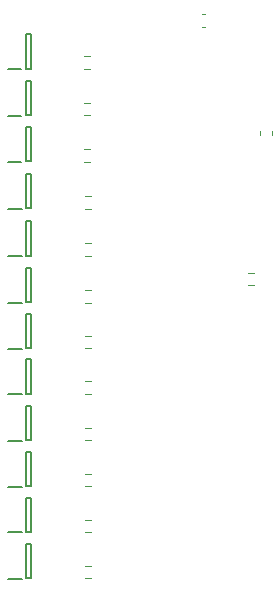
<source format=gbo>
%TF.GenerationSoftware,KiCad,Pcbnew,(6.0.11)*%
%TF.CreationDate,2023-05-09T17:47:33+10:00*%
%TF.ProjectId,LVBMS_A_Sample_R2,4c56424d-535f-4415-9f53-616d706c655f,1*%
%TF.SameCoordinates,Original*%
%TF.FileFunction,Legend,Bot*%
%TF.FilePolarity,Positive*%
%FSLAX46Y46*%
G04 Gerber Fmt 4.6, Leading zero omitted, Abs format (unit mm)*
G04 Created by KiCad (PCBNEW (6.0.11)) date 2023-05-09 17:47:33*
%MOMM*%
%LPD*%
G01*
G04 APERTURE LIST*
%ADD10C,0.200000*%
%ADD11C,0.120000*%
G04 APERTURE END LIST*
D10*
%TO.C,Q14*%
X133683600Y-112098200D02*
X133233600Y-112098200D01*
X133233600Y-112098200D02*
X133233600Y-114998200D01*
X131733600Y-115048200D02*
X132883600Y-115048200D01*
X133683600Y-114998200D02*
X133683600Y-112098200D01*
X133233600Y-114998200D02*
X133683600Y-114998200D01*
D11*
%TO.C,R25*%
X138742524Y-103336700D02*
X138233076Y-103336700D01*
X138742524Y-102291700D02*
X138233076Y-102291700D01*
%TO.C,R22*%
X138742524Y-90633100D02*
X138233076Y-90633100D01*
X138742524Y-91678100D02*
X138233076Y-91678100D01*
%TO.C,R18*%
X138751324Y-83727900D02*
X138241876Y-83727900D01*
X138751324Y-82682900D02*
X138241876Y-82682900D01*
D10*
%TO.C,Q3*%
X133226600Y-71858800D02*
X133676600Y-71858800D01*
X131726600Y-71908800D02*
X132876600Y-71908800D01*
X133676600Y-68958800D02*
X133226600Y-68958800D01*
X133226600Y-68958800D02*
X133226600Y-71858800D01*
X133676600Y-71858800D02*
X133676600Y-68958800D01*
%TO.C,Q6*%
X133242400Y-80805400D02*
X133242400Y-83705400D01*
X131742400Y-83755400D02*
X132892400Y-83755400D01*
X133692400Y-80805400D02*
X133242400Y-80805400D01*
X133242400Y-83705400D02*
X133692400Y-83705400D01*
X133692400Y-83705400D02*
X133692400Y-80805400D01*
D11*
%TO.C,R16*%
X138711924Y-78695100D02*
X138202476Y-78695100D01*
X138711924Y-79740100D02*
X138202476Y-79740100D01*
%TO.C,R14*%
X138710124Y-75828500D02*
X138200676Y-75828500D01*
X138710124Y-74783500D02*
X138200676Y-74783500D01*
D10*
%TO.C,Q11*%
X133233600Y-100414200D02*
X133233600Y-103314200D01*
X133683600Y-103314200D02*
X133683600Y-100414200D01*
X133683600Y-100414200D02*
X133233600Y-100414200D01*
X131733600Y-103364200D02*
X132883600Y-103364200D01*
X133233600Y-103314200D02*
X133683600Y-103314200D01*
D11*
%TO.C,R27*%
X138742524Y-111109100D02*
X138233076Y-111109100D01*
X138742524Y-110064100D02*
X138233076Y-110064100D01*
D10*
%TO.C,Q13*%
X133683600Y-111086600D02*
X133683600Y-108186600D01*
X133233600Y-108186600D02*
X133233600Y-111086600D01*
X131733600Y-111136600D02*
X132883600Y-111136600D01*
X133233600Y-111086600D02*
X133683600Y-111086600D01*
X133683600Y-108186600D02*
X133233600Y-108186600D01*
D11*
%TO.C,R20*%
X138760924Y-86650300D02*
X138251476Y-86650300D01*
X138760924Y-87695300D02*
X138251476Y-87695300D01*
D10*
%TO.C,Q8*%
X133233600Y-91655600D02*
X133683600Y-91655600D01*
X133233600Y-88755600D02*
X133233600Y-91655600D01*
X131733600Y-91705600D02*
X132883600Y-91705600D01*
X133683600Y-91655600D02*
X133683600Y-88755600D01*
X133683600Y-88755600D02*
X133233600Y-88755600D01*
%TO.C,Q7*%
X131752000Y-87743200D02*
X132902000Y-87743200D01*
X133252000Y-84793200D02*
X133252000Y-87693200D01*
X133702000Y-84793200D02*
X133252000Y-84793200D01*
X133702000Y-87693200D02*
X133702000Y-84793200D01*
X133252000Y-87693200D02*
X133702000Y-87693200D01*
D11*
%TO.C,R24*%
X138742524Y-98354700D02*
X138233076Y-98354700D01*
X138742524Y-99399700D02*
X138233076Y-99399700D01*
%TO.C,R28*%
X138742524Y-113975700D02*
X138233076Y-113975700D01*
X138742524Y-115020700D02*
X138233076Y-115020700D01*
%TO.C,C18*%
X148164333Y-68302600D02*
X148456867Y-68302600D01*
X148164333Y-67282600D02*
X148456867Y-67282600D01*
%TO.C,C1*%
X153083800Y-77463867D02*
X153083800Y-77171333D01*
X154103800Y-77463867D02*
X154103800Y-77171333D01*
D10*
%TO.C,Q4*%
X133676600Y-72906000D02*
X133226600Y-72906000D01*
X133676600Y-75806000D02*
X133676600Y-72906000D01*
X133226600Y-75806000D02*
X133676600Y-75806000D01*
X131726600Y-75856000D02*
X132876600Y-75856000D01*
X133226600Y-72906000D02*
X133226600Y-75806000D01*
D11*
%TO.C,R9*%
X152561824Y-90173900D02*
X152052376Y-90173900D01*
X152561824Y-89128900D02*
X152052376Y-89128900D01*
D10*
%TO.C,Q10*%
X133683600Y-99377200D02*
X133683600Y-96477200D01*
X133233600Y-99377200D02*
X133683600Y-99377200D01*
X133683600Y-96477200D02*
X133233600Y-96477200D01*
X133233600Y-96477200D02*
X133233600Y-99377200D01*
X131733600Y-99427200D02*
X132883600Y-99427200D01*
D11*
%TO.C,R23*%
X138742524Y-94493900D02*
X138233076Y-94493900D01*
X138742524Y-95538900D02*
X138233076Y-95538900D01*
D10*
%TO.C,Q5*%
X133228400Y-79717600D02*
X133678400Y-79717600D01*
X131728400Y-79767600D02*
X132878400Y-79767600D01*
X133678400Y-76817600D02*
X133228400Y-76817600D01*
X133228400Y-76817600D02*
X133228400Y-79717600D01*
X133678400Y-79717600D02*
X133678400Y-76817600D01*
D11*
%TO.C,R26*%
X138742524Y-106177900D02*
X138233076Y-106177900D01*
X138742524Y-107222900D02*
X138233076Y-107222900D01*
D10*
%TO.C,Q12*%
X133683600Y-104300400D02*
X133233600Y-104300400D01*
X133683600Y-107200400D02*
X133683600Y-104300400D01*
X133233600Y-107200400D02*
X133683600Y-107200400D01*
X133233600Y-104300400D02*
X133233600Y-107200400D01*
X131733600Y-107250400D02*
X132883600Y-107250400D01*
D11*
%TO.C,R12*%
X138710124Y-70836300D02*
X138200676Y-70836300D01*
X138710124Y-71881300D02*
X138200676Y-71881300D01*
D10*
%TO.C,Q9*%
X133233600Y-95516400D02*
X133683600Y-95516400D01*
X133683600Y-95516400D02*
X133683600Y-92616400D01*
X133683600Y-92616400D02*
X133233600Y-92616400D01*
X133233600Y-92616400D02*
X133233600Y-95516400D01*
X131733600Y-95566400D02*
X132883600Y-95566400D01*
%TD*%
M02*

</source>
